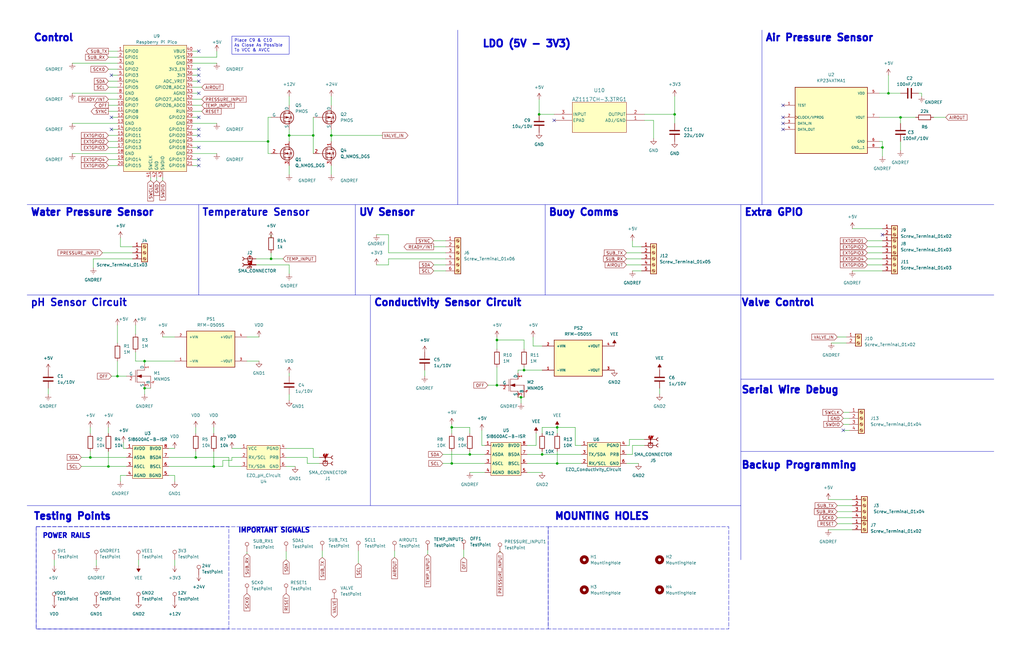
<source format=kicad_sch>
(kicad_sch (version 20230121) (generator eeschema)
  (paper "B")
  (title_block (title "WaveWise Submersible") (date "2023-10-04") (rev "1") (company "Generate Product Development Studio"))
  (junction (at 49.53 158.75))
  (junction (at 209.55 143.51))
  (junction (at 60.96 152.4))
  (junction (at 374.65 39.37))
  (junction (at 45.72 196.85))
  (junction (at 198.12 191.77))
  (junction (at 190.5 180.34))
  (junction (at 60.96 163.83))
  (junction (at 234.95 180.34))
  (junction (at 372.11 62.23))
  (junction (at 220.98 156.21))
  (junction (at 209.55 162.56))
  (junction (at 38.1 193.04))
  (junction (at 114.3 109.22))
  (junction (at 234.95 195.58))
  (junction (at 121.92 57.15))
  (junction (at 113.03 59.69))
  (junction (at 228.6 191.77))
  (junction (at 227.33 48.26))
  (junction (at 82.55 193.04))
  (junction (at 284.48 48.26))
  (junction (at 139.7 57.15))
  (junction (at 132.08 57.15))
  (junction (at 219.71 167.64))
  (junction (at 190.5 195.58))
  (junction (at 90.17 196.85))
  (junction (at 379.73 49.53))
  (no_connect (at 83.82 67.31))
  (no_connect (at 83.82 21.59))
  (no_connect (at 330.2 52.07))
  (no_connect (at 83.82 34.29))
  (no_connect (at 83.82 29.21))
  (no_connect (at 330.2 44.45))
  (no_connect (at 330.2 49.53))
  (no_connect (at 46.99 49.53))
  (no_connect (at 46.99 31.75))
  (no_connect (at 46.99 54.61))
  (no_connect (at 233.68 50.8))
  (no_connect (at 330.2 54.61))
  (no_connect (at 355.6 181.61))
  (no_connect (at 83.82 54.61))
  (no_connect (at 83.82 57.15))
  (no_connect (at 83.82 62.23))
  (no_connect (at 83.82 49.53))
  (no_connect (at 83.82 69.85))
  (no_connect (at 83.82 39.37))
  (no_connect (at 83.82 31.75))
  (no_connect (at 372.11 99.06))
  (wire (pts (xy 166.37 232.41) (xy 166.37 235.204)))
  (wire (pts (xy 38.1 190.5) (xy 38.1 193.04)))
  (wire (pts (xy 245.11 187.96) (xy 242.57 187.96)))
  (wire (pts (xy 73.66 236.22) (xy 73.66 238.76)))
  (wire (pts (xy 265.43 187.96) (xy 265.43 185.42)))
  (wire (pts (xy 266.7 104.14) (xy 270.51 104.14)))
  (wire (pts (xy 370.84 39.37) (xy 374.65 39.37)))
  (wire (pts (xy 139.7 59.69) (xy 139.7 57.15)))
  (wire (pts (xy 83.82 49.53) (xy 81.28 49.53)))
  (wire (pts (xy 124.46 196.85) (xy 120.65 196.85)))
  (polyline (pts (xy 312.42 86.36) (xy 312.42 124.46)))
  (wire (pts (xy 57.15 137.16) (xy 57.15 140.97)))
  (wire (pts (xy 49.53 137.16) (xy 49.53 144.78)))
  (wire (pts (xy 219.71 167.64) (xy 220.98 167.64)))
  (wire (pts (xy 91.44 52.07) (xy 81.28 52.07)))
  (wire (pts (xy 101.6 193.04) (xy 97.79 193.04)))
  (wire (pts (xy 83.82 54.61) (xy 81.28 54.61)))
  (wire (pts (xy 20.32 166.37) (xy 20.32 163.83)))
  (wire (pts (xy 222.25 199.39) (xy 228.6 199.39)))
  (wire (pts (xy 355.6 181.61) (xy 358.14 181.61)))
  (wire (pts (xy 370.84 62.23) (xy 372.11 62.23)))
  (wire (pts (xy 359.41 114.3) (xy 372.11 114.3)))
  (wire (pts (xy 121.92 111.76) (xy 121.92 115.57)))
  (wire (pts (xy 71.12 200.66) (xy 73.66 200.66)))
  (wire (pts (xy 134.62 195.58) (xy 129.54 195.58)))
  (wire (pts (xy 49.53 158.75) (xy 53.34 158.75)))
  (wire (pts (xy 113.03 64.77) (xy 114.3 64.77)))
  (wire (pts (xy 163.83 99.06) (xy 158.75 99.06)))
  (polyline (pts (xy 11.43 213.36) (xy 312.42 213.36)))
  (wire (pts (xy 60.96 163.83) (xy 60.96 166.37)))
  (wire (pts (xy 374.65 39.37) (xy 379.73 39.37)))
  (wire (pts (xy 365.76 111.76) (xy 372.11 111.76)))
  (wire (pts (xy 370.84 59.69) (xy 372.11 59.69)))
  (wire (pts (xy 85.09 36.83) (xy 81.28 36.83)))
  (wire (pts (xy 234.95 182.88) (xy 234.95 180.34)))
  (polyline (pts (xy 312.42 190.5) (xy 419.1 190.5)))
  (wire (pts (xy 121.92 54.61) (xy 121.92 57.15)))
  (wire (pts (xy 73.66 200.66) (xy 73.66 203.2)))
  (wire (pts (xy 45.72 34.29) (xy 49.53 34.29)))
  (wire (pts (xy 209.55 143.51) (xy 220.98 143.51)))
  (wire (pts (xy 68.58 142.24) (xy 73.66 142.24)))
  (wire (pts (xy 50.8 100.33) (xy 50.8 104.14)))
  (wire (pts (xy 90.17 180.34) (xy 90.17 182.88)))
  (wire (pts (xy 365.76 104.14) (xy 372.11 104.14)))
  (wire (pts (xy 139.7 69.85) (xy 139.7 73.66)))
  (wire (pts (xy 45.72 69.85) (xy 49.53 69.85)))
  (wire (pts (xy 139.7 54.61) (xy 139.7 57.15)))
  (wire (pts (xy 39.37 109.22) (xy 55.88 109.22)))
  (wire (pts (xy 30.48 39.37) (xy 49.53 39.37)))
  (wire (pts (xy 209.55 154.94) (xy 209.55 162.56)))
  (wire (pts (xy 209.55 143.51) (xy 209.55 147.32)))
  (wire (pts (xy 45.72 24.13) (xy 49.53 24.13)))
  (wire (pts (xy 45.72 190.5) (xy 45.72 196.85)))
  (polyline (pts (xy 83.82 86.36) (xy 83.82 124.46)))
  (wire (pts (xy 190.5 179.07) (xy 190.5 180.34)))
  (wire (pts (xy 218.44 167.64) (xy 219.71 167.64)))
  (wire (pts (xy 198.12 199.39) (xy 204.47 199.39)))
  (wire (pts (xy 132.08 49.53) (xy 132.08 57.15)))
  (wire (pts (xy 120.65 232.664) (xy 120.65 236.22)))
  (wire (pts (xy 82.55 190.5) (xy 82.55 193.04)))
  (wire (pts (xy 271.78 48.26) (xy 284.48 48.26)))
  (wire (pts (xy 372.11 59.69) (xy 372.11 62.23)))
  (wire (pts (xy 234.95 180.34) (xy 242.57 180.34)))
  (wire (pts (xy 365.76 109.22) (xy 372.11 109.22)))
  (wire (pts (xy 209.55 162.56) (xy 210.82 162.56)))
  (wire (pts (xy 82.55 180.34) (xy 82.55 182.88)))
  (wire (pts (xy 46.99 54.61) (xy 49.53 54.61)))
  (wire (pts (xy 91.44 26.67) (xy 81.28 26.67)))
  (wire (pts (xy 284.48 52.07) (xy 284.48 48.26)))
  (wire (pts (xy 30.48 52.07) (xy 49.53 52.07)))
  (wire (pts (xy 50.8 104.14) (xy 55.88 104.14)))
  (wire (pts (xy 39.37 113.03) (xy 39.37 109.22)))
  (wire (pts (xy 353.06 142.24) (xy 356.87 142.24)))
  (wire (pts (xy 71.12 189.23) (xy 73.66 189.23)))
  (wire (pts (xy 179.07 158.75) (xy 179.07 156.21)))
  (wire (pts (xy 234.95 190.5) (xy 234.95 195.58)))
  (wire (pts (xy 113.03 49.53) (xy 113.03 59.69)))
  (wire (pts (xy 349.25 210.82) (xy 359.41 210.82)))
  (wire (pts (xy 30.48 64.77) (xy 49.53 64.77)))
  (wire (pts (xy 45.72 29.21) (xy 49.53 29.21)))
  (wire (pts (xy 121.92 168.91) (xy 121.92 166.37)))
  (wire (pts (xy 71.12 193.04) (xy 82.55 193.04)))
  (wire (pts (xy 353.06 218.44) (xy 359.41 218.44)))
  (wire (pts (xy 265.43 185.42) (xy 271.78 185.42)))
  (wire (pts (xy 198.12 190.5) (xy 198.12 191.77)))
  (polyline (pts (xy 156.21 124.46) (xy 156.21 213.36)))
  (wire (pts (xy 271.78 187.96) (xy 266.7 187.96)))
  (wire (pts (xy 85.09 41.91) (xy 81.28 41.91)))
  (wire (pts (xy 121.92 158.75) (xy 121.92 157.48)))
  (wire (pts (xy 353.06 215.9) (xy 359.41 215.9)))
  (wire (pts (xy 355.6 173.99) (xy 358.14 173.99)))
  (wire (pts (xy 45.72 36.83) (xy 49.53 36.83)))
  (wire (pts (xy 271.78 50.8) (xy 275.59 50.8)))
  (wire (pts (xy 46.99 158.75) (xy 49.53 158.75)))
  (wire (pts (xy 58.42 236.22) (xy 58.42 238.76)))
  (wire (pts (xy 85.09 46.99) (xy 81.28 46.99)))
  (wire (pts (xy 264.16 111.76) (xy 270.51 111.76)))
  (wire (pts (xy 266.7 114.3) (xy 270.51 114.3)))
  (wire (pts (xy 60.96 152.4) (xy 57.15 152.4)))
  (wire (pts (xy 71.12 196.85) (xy 90.17 196.85)))
  (polyline (pts (xy 312.42 160.02) (xy 419.1 160.02)))
  (polyline (pts (xy 193.04 12.7) (xy 193.04 86.36)))
  (wire (pts (xy 83.82 67.31) (xy 81.28 67.31)))
  (wire (pts (xy 190.5 190.5) (xy 190.5 195.58)))
  (wire (pts (xy 264.16 106.68) (xy 270.51 106.68)))
  (wire (pts (xy 34.29 193.04) (xy 38.1 193.04)))
  (wire (pts (xy 50.8 200.66) (xy 53.34 200.66)))
  (wire (pts (xy 139.7 57.15) (xy 161.29 57.15)))
  (wire (pts (xy 114.3 109.22) (xy 119.38 109.22)))
  (wire (pts (xy 101.6 196.85) (xy 96.52 196.85)))
  (wire (pts (xy 190.5 180.34) (xy 190.5 182.88)))
  (wire (pts (xy 63.5 76.2) (xy 63.5 74.93)))
  (wire (pts (xy 204.47 195.58) (xy 190.5 195.58)))
  (wire (pts (xy 91.44 64.77) (xy 81.28 64.77)))
  (wire (pts (xy 121.92 73.66) (xy 121.92 69.85)))
  (polyline (pts (xy 321.31 86.36) (xy 419.1 86.36)))
  (wire (pts (xy 264.16 195.58) (xy 269.24 195.58)))
  (wire (pts (xy 355.6 179.07) (xy 358.14 179.07)))
  (wire (pts (xy 209.55 142.24) (xy 209.55 143.51)))
  (wire (pts (xy 227.33 41.91) (xy 227.33 48.26)))
  (wire (pts (xy 186.69 195.58) (xy 190.5 195.58)))
  (wire (pts (xy 132.08 193.04) (xy 134.62 193.04)))
  (wire (pts (xy 43.18 106.68) (xy 55.88 106.68)))
  (wire (pts (xy 278.13 166.37) (xy 278.13 163.83)))
  (wire (pts (xy 388.62 39.37) (xy 387.35 39.37)))
  (wire (pts (xy 151.13 232.41) (xy 151.13 237.744)))
  (wire (pts (xy 182.88 114.3) (xy 187.96 114.3)))
  (wire (pts (xy 83.82 39.37) (xy 81.28 39.37)))
  (wire (pts (xy 121.92 59.69) (xy 121.92 57.15)))
  (polyline (pts (xy 11.43 86.36) (xy 321.31 86.36)))
  (wire (pts (xy 182.88 111.76) (xy 187.96 111.76)))
  (wire (pts (xy 379.73 49.53) (xy 386.08 49.53)))
  (wire (pts (xy 104.14 142.24) (xy 109.22 142.24)))
  (wire (pts (xy 45.72 57.15) (xy 49.53 57.15)))
  (wire (pts (xy 45.72 21.59) (xy 49.53 21.59)))
  (polyline (pts (xy 229.87 86.36) (xy 229.87 124.46)))
  (wire (pts (xy 355.6 176.53) (xy 358.14 176.53)))
  (wire (pts (xy 83.82 57.15) (xy 81.28 57.15)))
  (wire (pts (xy 228.6 180.34) (xy 234.95 180.34)))
  (wire (pts (xy 129.54 193.04) (xy 120.65 193.04)))
  (wire (pts (xy 40.64 236.22) (xy 40.64 238.76)))
  (wire (pts (xy 266.7 187.96) (xy 266.7 191.77)))
  (wire (pts (xy 114.3 109.22) (xy 107.95 109.22)))
  (wire (pts (xy 226.06 182.88) (xy 226.06 187.96)))
  (wire (pts (xy 66.04 76.2) (xy 66.04 74.93)))
  (wire (pts (xy 228.6 191.77) (xy 245.11 191.77)))
  (wire (pts (xy 45.72 62.23) (xy 49.53 62.23)))
  (wire (pts (xy 45.72 44.45) (xy 49.53 44.45)))
  (wire (pts (xy 359.41 96.52) (xy 372.11 96.52)))
  (wire (pts (xy 379.73 59.69) (xy 379.73 63.5)))
  (wire (pts (xy 228.6 190.5) (xy 228.6 191.77)))
  (wire (pts (xy 45.72 67.31) (xy 49.53 67.31)))
  (wire (pts (xy 90.17 196.85) (xy 93.98 196.85)))
  (wire (pts (xy 180.34 232.156) (xy 180.34 233.934)))
  (wire (pts (xy 198.12 182.88) (xy 198.12 180.34)))
  (wire (pts (xy 97.79 193.04) (xy 97.79 194.31)))
  (polyline (pts (xy 11.43 124.46) (xy 312.42 124.46)))
  (wire (pts (xy 365.76 101.6) (xy 372.11 101.6)))
  (wire (pts (xy 104.14 232.918) (xy 104.14 233.68)))
  (polyline (pts (xy 149.86 86.36) (xy 149.86 124.46)))
  (wire (pts (xy 83.82 62.23) (xy 81.28 62.23)))
  (polyline (pts (xy 312.42 124.46) (xy 312.42 236.22)))
  (wire (pts (xy 45.72 46.99) (xy 49.53 46.99)))
  (wire (pts (xy 22.86 236.22) (xy 22.86 238.76)))
  (wire (pts (xy 50.8 203.2) (xy 50.8 200.66)))
  (wire (pts (xy 228.6 182.88) (xy 228.6 180.34)))
  (wire (pts (xy 52.07 186.69) (xy 52.07 189.23)))
  (wire (pts (xy 30.48 26.67) (xy 49.53 26.67)))
  (wire (pts (xy 182.88 104.14) (xy 187.96 104.14)))
  (wire (pts (xy 82.55 193.04) (xy 96.52 193.04)))
  (wire (pts (xy 45.72 180.34) (xy 45.72 182.88)))
  (wire (pts (xy 114.3 99.06) (xy 114.3 100.33)))
  (wire (pts (xy 81.28 59.69) (xy 113.03 59.69)))
  (wire (pts (xy 73.66 152.4) (xy 60.96 152.4)))
  (wire (pts (xy 204.47 191.77) (xy 198.12 191.77)))
  (wire (pts (xy 57.15 152.4) (xy 57.15 148.59)))
  (wire (pts (xy 129.54 195.58) (xy 129.54 193.04)))
  (wire (pts (xy 83.82 69.85) (xy 81.28 69.85)))
  (wire (pts (xy 163.83 106.68) (xy 163.83 99.06)))
  (wire (pts (xy 96.52 196.85) (xy 96.52 193.04)))
  (wire (pts (xy 182.88 101.6) (xy 187.96 101.6)))
  (wire (pts (xy 45.72 41.91) (xy 49.53 41.91)))
  (wire (pts (xy 113.03 59.69) (xy 113.03 64.77)))
  (wire (pts (xy 186.69 191.77) (xy 198.12 191.77)))
  (wire (pts (xy 349.25 223.52) (xy 359.41 223.52)))
  (wire (pts (xy 265.43 187.96) (xy 264.16 187.96)))
  (wire (pts (xy 224.79 146.05) (xy 228.6 146.05)))
  (wire (pts (xy 83.82 31.75) (xy 81.28 31.75)))
  (wire (pts (xy 45.72 196.85) (xy 53.34 196.85)))
  (wire (pts (xy 91.44 24.13) (xy 81.28 24.13)))
  (wire (pts (xy 109.22 152.4) (xy 104.14 152.4)))
  (wire (pts (xy 38.1 193.04) (xy 53.34 193.04)))
  (wire (pts (xy 353.06 220.98) (xy 359.41 220.98)))
  (wire (pts (xy 205.74 162.56) (xy 209.55 162.56)))
  (wire (pts (xy 372.11 62.23) (xy 372.11 66.04)))
  (polyline (pts (xy 312.42 124.46) (xy 419.1 124.46)))
  (wire (pts (xy 388.62 40.64) (xy 388.62 39.37)))
  (wire (pts (xy 266.7 191.77) (xy 264.16 191.77)))
  (wire (pts (xy 234.95 195.58) (xy 245.11 195.58)))
  (wire (pts (xy 195.58 231.902) (xy 195.58 235.204)))
  (wire (pts (xy 210.82 233.172) (xy 210.82 232.664)))
  (wire (pts (xy 158.75 111.76) (xy 163.83 111.76)))
  (wire (pts (xy 38.1 180.34) (xy 38.1 182.88)))
  (wire (pts (xy 60.96 163.83) (xy 63.5 163.83)))
  (wire (pts (xy 163.83 111.76) (xy 163.83 109.22)))
  (wire (pts (xy 132.08 189.23) (xy 120.65 189.23)))
  (wire (pts (xy 91.44 21.59) (xy 91.44 24.13)))
  (wire (pts (xy 222.25 195.58) (xy 234.95 195.58)))
  (wire (pts (xy 83.82 34.29) (xy 81.28 34.29)))
  (wire (pts (xy 163.83 109.22) (xy 187.96 109.22)))
  (wire (pts (xy 203.2 187.96) (xy 204.47 187.96)))
  (wire (pts (xy 93.98 194.31) (xy 93.98 196.85)))
  (wire (pts (xy 53.34 189.23) (xy 52.07 189.23)))
  (wire (pts (xy 135.89 232.41) (xy 135.89 235.204)))
  (wire (pts (xy 68.58 76.2) (xy 68.58 74.93)))
  (wire (pts (xy 350.52 144.78) (xy 356.87 144.78)))
  (wire (pts (xy 393.7 49.53) (xy 398.78 49.53)))
  (wire (pts (xy 284.48 48.26) (xy 284.48 40.64)))
  (wire (pts (xy 163.83 106.68) (xy 187.96 106.68)))
  (wire (pts (xy 266.7 101.6) (xy 266.7 104.14)))
  (wire (pts (xy 222.25 191.77) (xy 228.6 191.77)))
  (wire (pts (xy 365.76 106.68) (xy 372.11 106.68)))
  (wire (pts (xy 264.16 109.22) (xy 270.51 109.22)))
  (wire (pts (xy 242.57 180.34) (xy 242.57 187.96)))
  (wire (pts (xy 34.29 196.85) (xy 45.72 196.85)))
  (wire (pts (xy 101.6 189.23) (xy 97.79 189.23)))
  (wire (pts (xy 121.92 57.15) (xy 132.08 57.15)))
  (wire (pts (xy 46.99 31.75) (xy 49.53 31.75)))
  (wire (pts (xy 90.17 190.5) (xy 90.17 196.85)))
  (wire (pts (xy 374.65 31.75) (xy 374.65 39.37)))
  (wire (pts (xy 113.03 49.53) (xy 114.3 49.53)))
  (wire (pts (xy 233.68 48.26) (xy 227.33 48.26)))
  (wire (pts (xy 218.44 156.21) (xy 218.44 157.48)))
  (wire (pts (xy 224.79 142.24) (xy 224.79 146.05)))
  (wire (pts (xy 222.25 187.96) (xy 226.06 187.96)))
  (wire (pts (xy 139.7 40.64) (xy 139.7 44.45)))
  (wire (pts (xy 46.99 49.53) (xy 49.53 49.53)))
  (polyline (pts (xy 321.31 12.7) (xy 321.31 86.36)))
  (wire (pts (xy 275.59 50.8) (xy 275.59 58.42)))
  (wire (pts (xy 228.6 156.21) (xy 220.98 156.21)))
  (wire (pts (xy 379.73 52.07) (xy 379.73 49.53)))
  (wire (pts (xy 203.2 181.61) (xy 203.2 187.96)))
  (wire (pts (xy 132.08 57.15) (xy 132.08 64.77)))
  (wire (pts (xy 220.98 143.51) (xy 220.98 147.32)))
  (wire (pts (xy 219.71 167.64) (xy 219.71 170.18)))
  (wire (pts (xy 132.08 193.04) (xy 132.08 189.23)))
  (wire (pts (xy 121.92 40.64) (xy 121.92 44.45)))
  (wire (pts (xy 353.06 213.36) (xy 359.41 213.36)))
  (wire (pts (xy 83.82 21.59) (xy 81.28 21.59)))
  (wire (pts (xy 370.84 49.53) (xy 379.73 49.53)))
  (wire (pts (xy 107.95 111.76) (xy 121.92 111.76)))
  (wire (pts (xy 220.98 156.21) (xy 218.44 156.21)))
  (wire (pts (xy 190.5 180.34) (xy 198.12 180.34)))
  (wire (pts (xy 220.98 154.94) (xy 220.98 156.21)))
  (wire (pts (xy 45.72 59.69) (xy 49.53 59.69)))
  (wire (pts (xy 85.09 44.45) (xy 81.28 44.45)))
  (wire (pts (xy 114.3 106.68) (xy 114.3 109.22)))
  (wire (pts (xy 49.53 152.4) (xy 49.53 158.75)))
  (wire (pts (xy 83.82 29.21) (xy 81.28 29.21)))
  (wire (pts (xy 60.96 152.4) (xy 60.96 153.67)))
  (wire (pts (xy 97.79 194.31) (xy 93.98 194.31)))
  (rectangle (start 231.14 222.25) (end 307.34 265.43) (stroke (width 0) (type dash)))
  (rectangle (start 15.24 222.25) (end 231.14 265.43) (stroke (width 0) (type dash)))
  (rectangle (start 15.24 222.25) (end 96.52 265.43) (stroke (width 0) (type dash)))
  (text_box "Place C9 & C10\nAs Close As Possible\nTo VCC & AVCC" (at 97.79 15.24 0) (size 24.13 7.62) (effects (font (size 1.27 1.27)) (justify left top)))
  (text "Control" (at 13.97 17.78 0) (effects (font (size 3 3) (thickness 1) bold) (justify left bottom)))
  (text "Backup Programming" (at 312.42 198.12 0) (effects (font (size 3 3) (thickness 1) bold) (justify left bottom)))
  (text "Conductivity Sensor Circuit" (at 157.48 129.54 0) (effects (font (size 3 3) (thickness 1) bold) (justify left bottom)))
  (text "Buoy Comms" (at 231.14 91.44 0) (effects (font (size 3 3) (thickness 1) bold) (justify left bottom)))
  (text "UV Sensor" (at 151.13 91.44 0) (effects (font (size 3 3) (thickness 1) bold) (justify left bottom)))
  (text "LDO (5V - 3V3)\n" (at 203.2 20.32 0) (effects (font (size 3 3) (thickness 1) bold) (justify left bottom)))
  (text "IMPORTANT SIGNALS" (at 100.33 225.044 0) (effects (font (size 2 2) (thickness 1) bold) (justify left bottom)))
  (text "Temperature Sensor" (at 85.09 91.44 0) (effects (font (size 3 3) bold) (justify left bottom)))
  (text "POWER RAILS" (at 17.78 227.33 0) (effects (font (size 2 2) (thickness 1) bold) (justify left bottom)))
  (text "Extra GPIO" (at 313.69 91.44 0) (effects (font (size 3 3) (thickness 1) bold) (justify left bottom)))
  (text "pH Sensor Circuit" (at 12.7 129.54 0) (effects (font (size 3 3) bold) (justify left bottom)))
  (text "Serial Wire Debug" (at 312.42 166.37 0) (effects (font (size 3 3) (thickness 1) bold) (justify left bottom)))
  (text "Air Pressure Sensor\n" (at 322.58 17.78 0) (effects (font (size 3 3) (thickness 1) bold) (justify left bottom)))
  (text "MOUNTING HOLES\n" (at 233.68 219.71 0) (effects (font (size 3 3) (thickness 1) bold) (justify left bottom)))
  (text "Valve Control" (at 312.42 129.54 0) (effects (font (size 3 3) (thickness 1) bold) (justify left bottom)))
  (text "Water Pressure Sensor\n" (at 12.7 91.44 0) (effects (font (size 3 3) (thickness 1) bold) (justify left bottom)))
  (text "Testing Points" (at 13.97 219.71 0) (effects (font (size 3 3) (thickness 1) bold) (justify left bottom)))
  (global_label "SCL" (shape input) (at 45.72 36.83 180) (property "Intersheetrefs" "${INTERSHEET_REFS}" (effects hide)))
  (global_label "TEMP_INPUT" (shape input) (at 180.34 233.934 270) (property "Intersheetrefs" "${INTERSHEET_REFS}" (effects hide)))
  (global_label "RESET" (shape input) (at 353.06 220.98 180) (property "Intersheetrefs" "${INTERSHEET_REFS}" (effects hide)))
  (global_label "SUB_TX" (shape input) (at 264.16 106.68 180) (property "Intersheetrefs" "${INTERSHEET_REFS}" (effects hide)))
  (global_label "SWCLK" (shape input) (at 63.5 76.2 270) (property "Intersheetrefs" "${INTERSHEET_REFS}" (effects hide)))
  (global_label "READY{slash}INT" (shape input) (at 45.72 41.91 180) (property "Intersheetrefs" "${INTERSHEET_REFS}" (effects hide)))
  (global_label "EXTGPIO2" (shape input) (at 45.72 59.69 180) (property "Intersheetrefs" "${INTERSHEET_REFS}" (effects hide)))
  (global_label "OFF" (shape output) (at 45.72 44.45 180) (property "Intersheetrefs" "${INTERSHEET_REFS}" (effects hide)))
  (global_label "AIROUT" (shape input) (at 85.09 36.83 0) (property "Intersheetrefs" "${INTERSHEET_REFS}" (effects hide)))
  (global_label "OFF" (shape input) (at 46.99 158.75 180) (property "Intersheetrefs" "${INTERSHEET_REFS}" (effects hide)))
  (global_label "SCL" (shape input) (at 151.13 237.744 270) (property "Intersheetrefs" "${INTERSHEET_REFS}" (effects hide)))
  (global_label "EXTGPIO5" (shape input) (at 365.76 111.76 180) (property "Intersheetrefs" "${INTERSHEET_REFS}" (effects hide)))
  (global_label "SYNC" (shape output) (at 45.72 46.99 180) (property "Intersheetrefs" "${INTERSHEET_REFS}" (effects hide)))
  (global_label "SCL" (shape input) (at 186.69 195.58 180) (property "Intersheetrefs" "${INTERSHEET_REFS}" (effects hide)))
  (global_label "PRESSURE_INPUT" (shape input) (at 210.82 232.664 270) (property "Intersheetrefs" "${INTERSHEET_REFS}" (effects hide)))
  (global_label "SYNC" (shape input) (at 182.88 101.6 180) (property "Intersheetrefs" "${INTERSHEET_REFS}" (effects hide)))
  (global_label "PRESSURE_INPUT" (shape input) (at 43.18 106.68 180) (property "Intersheetrefs" "${INTERSHEET_REFS}" (effects hide)))
  (global_label "SUB_RX" (shape input) (at 264.16 109.22 180) (property "Intersheetrefs" "${INTERSHEET_REFS}" (effects hide)))
  (global_label "EXTGPIO4" (shape input) (at 45.72 67.31 180) (property "Intersheetrefs" "${INTERSHEET_REFS}" (effects hide)))
  (global_label "EXTGPIO2" (shape input) (at 365.76 104.14 180) (property "Intersheetrefs" "${INTERSHEET_REFS}" (effects hide)))
  (global_label "SCK0" (shape input) (at 104.14 250.444 270) (property "Intersheetrefs" "${INTERSHEET_REFS}" (effects hide)))
  (global_label "EXTGPIO3" (shape input) (at 365.76 106.68 180) (property "Intersheetrefs" "${INTERSHEET_REFS}" (effects hide)))
  (global_label "VALVE_IN" (shape output) (at 161.29 57.15 0) (property "Intersheetrefs" "${INTERSHEET_REFS}" (effects hide)))
  (global_label "SDA" (shape input) (at 182.88 111.76 180) (property "Intersheetrefs" "${INTERSHEET_REFS}" (effects hide)))
  (global_label "EXTGPIO1" (shape input) (at 45.72 57.15 180) (property "Intersheetrefs" "${INTERSHEET_REFS}" (effects hide)))
  (global_label "EXTGPIO3" (shape input) (at 45.72 62.23 180) (property "Intersheetrefs" "${INTERSHEET_REFS}" (effects hide)))
  (global_label "SCL" (shape input) (at 182.88 114.3 180) (property "Intersheetrefs" "${INTERSHEET_REFS}" (effects hide)))
  (global_label "SUB_RX" (shape input) (at 353.06 215.9 180) (property "Intersheetrefs" "${INTERSHEET_REFS}" (effects hide)))
  (global_label "OFF" (shape input) (at 205.74 162.56 180) (property "Intersheetrefs" "${INTERSHEET_REFS}" (effects hide)))
  (global_label "SUB_TX" (shape input) (at 353.06 213.36 180) (property "Intersheetrefs" "${INTERSHEET_REFS}" (effects hide)))
  (global_label "SCL" (shape input) (at 34.29 196.85 180) (property "Intersheetrefs" "${INTERSHEET_REFS}" (effects hide)))
  (global_label "TEMP_INPUT" (shape input) (at 119.38 109.22 0) (property "Intersheetrefs" "${INTERSHEET_REFS}" (effects hide)))
  (global_label "GND" (shape input) (at 66.04 76.2 270) (property "Intersheetrefs" "${INTERSHEET_REFS}" (effects hide)))
  (global_label "EXTGPIO4" (shape input) (at 365.76 109.22 180) (property "Intersheetrefs" "${INTERSHEET_REFS}" (effects hide)))
  (global_label "VALVE" (shape output) (at 140.97 252.73 270) (property "Intersheetrefs" "${INTERSHEET_REFS}" (effects hide)))
  (global_label "SCK0" (shape input) (at 45.72 29.21 180) (property "Intersheetrefs" "${INTERSHEET_REFS}" (effects hide)))
  (global_label "RESET" (shape input) (at 120.65 250.444 270) (property "Intersheetrefs" "${INTERSHEET_REFS}" (effects hide)))
  (global_label "SUB_RX" (shape input) (at 104.14 233.68 270) (property "Intersheetrefs" "${INTERSHEET_REFS}" (effects hide)))
  (global_label "SWDIO" (shape input) (at 68.58 76.2 270) (property "Intersheetrefs" "${INTERSHEET_REFS}" (effects hide)))
  (global_label "TEMP_INPUT" (shape input) (at 85.09 44.45 0) (property "Intersheetrefs" "${INTERSHEET_REFS}" (effects hide)))
  (global_label "SCK0" (shape input) (at 353.06 218.44 180) (property "Intersheetrefs" "${INTERSHEET_REFS}" (effects hide)))
  (global_label "EXTGPIO1" (shape input) (at 365.76 101.6 180) (property "Intersheetrefs" "${INTERSHEET_REFS}" (effects hide)))
  (global_label "SUB_RX" (shape input) (at 45.72 24.13 180) (property "Intersheetrefs" "${INTERSHEET_REFS}" (effects hide)))
  (global_label "READY{slash}INT" (shape output) (at 182.88 104.14 180) (property "Intersheetrefs" "${INTERSHEET_REFS}" (effects hide)))
  (global_label "SDA" (shape input) (at 120.65 236.22 270) (property "Intersheetrefs" "${INTERSHEET_REFS}" (effects hide)))
  (global_label "SDA" (shape input) (at 45.72 34.29 180) (property "Intersheetrefs" "${INTERSHEET_REFS}" (effects hide)))
  (global_label "AIROUT" (shape input) (at 166.37 235.204 270) (property "Intersheetrefs" "${INTERSHEET_REFS}" (effects hide)))
  (global_label "SDA" (shape input) (at 34.29 193.04 180) (property "Intersheetrefs" "${INTERSHEET_REFS}" (effects hide)))
  (global_label "AIROUT" (shape input) (at 264.16 111.76 180) (property "Intersheetrefs" "${INTERSHEET_REFS}" (effects hide)))
  (global_label "EXTGPIO5" (shape input) (at 45.72 69.85 180) (property "Intersheetrefs" "${INTERSHEET_REFS}" (effects hide)))
  (global_label "GND" (shape input) (at 355.6 176.53 180) (property "Intersheetrefs" "${INTERSHEET_REFS}" (effects hide)))
  (global_label "SWDIO" (shape input) (at 355.6 179.07 180) (property "Intersheetrefs" "${INTERSHEET_REFS}" (effects hide)))
  (global_label "SUB_TX" (shape output) (at 45.72 21.59 180) (property "Intersheetrefs" "${INTERSHEET_REFS}" (effects hide)))
  (global_label "SWCLK" (shape input) (at 355.6 173.99 180) (property "Intersheetrefs" "${INTERSHEET_REFS}" (effects hide)))
  (global_label "PRESSURE_INPUT" (shape input) (at 85.09 41.91 0) (property "Intersheetrefs" "${INTERSHEET_REFS}" (effects hide)))
  (global_label "SDA" (shape input) (at 186.69 191.77 180) (property "Intersheetrefs" "${INTERSHEET_REFS}" (effects hide)))
  (global_label "AIROUT" (shape input) (at 398.78 49.53 0) (property "Intersheetrefs" "${INTERSHEET_REFS}" (effects hide)))
  (global_label "SUB_TX" (shape input) (at 135.89 235.204 270) (property "Intersheetrefs" "${INTERSHEET_REFS}" (effects hide)))
  (global_label "OFF" (shape input) (at 195.58 235.204 270) (property "Intersheetrefs" "${INTERSHEET_REFS}" (effects hide)))
  (global_label "VALVE_IN" (shape input) (at 353.06 142.24 180) (property "Intersheetrefs" "${INTERSHEET_REFS}" (effects hide)))
  (global_label "RESET" (shape input) (at 85.09 46.99 0) (property "Intersheetrefs" "${INTERSHEET_REFS}" (effects hide)))
  (symbol (lib_id "power:+5V") (at 91.44 21.59 0) (unit 1)
    (property "Reference" "#PWR052" (effects hide))
    (property "Value" "+5V" (at 91.44 17.78 0))
  )
  (symbol (lib_id "Connector:TestPoint") (at 151.13 232.41 0) (unit 1)
    (property "Reference" "SCL1" (at 153.67 227.838 0) (effects (justify left)))
    (property "Value" "TestPoint" (at 153.67 230.378 0) (effects (justify left)))
    (property "Footprint" "TestPoint:TestPoint_Pad_D1.5mm" (effects hide))
  )
  (symbol (lib_id "Connector:TestPoint") (at 210.82 233.172 0) (unit 1)
    (property "Reference" "PRESSURE_INPUT1" (at 212.598 228.6 0) (effects (justify left)))
    (property "Value" "TestPoint" (at 212.598 231.14 0) (effects (justify left)))
    (property "Footprint" "TestPoint:TestPoint_Pad_D1.5mm" (effects hide))
  )
  (symbol (lib_id "Connector:TestPoint") (at 40.64 236.22 0) (unit 1)
    (property "Reference" "GNDREF1" (at 41.91 232.41 0) (effects (justify left)))
    (property "Value" "TestPoint" (at 41.91 234.95 0) (effects (justify left)))
    (property "Footprint" "TestPoint:TestPoint_Pad_D1.5mm" (effects hide))
  )
  (symbol (lib_id "power:+5V") (at 49.53 137.16 0) (unit 1)
    (property "Reference" "#PWR03" (effects hide))
    (property "Value" "+5V" (at 52.07 134.62 0))
  )
  (symbol (lib_id "power:GNDREF") (at 91.44 52.07 0) (unit 1)
    (property "Reference" "#PWR098" (effects hide))
    (property "Value" "GNDREF" (at 99.06 54.61 0))
  )
  (symbol (lib_id "Connector:TestPoint") (at 195.58 231.902 0) (unit 1)
    (property "Reference" "OFF1" (at 198.12 227.33 0) (effects (justify left)))
    (property "Value" "TestPoint" (at 198.12 229.87 0) (effects (justify left)))
    (property "Footprint" "TestPoint:TestPoint_Pad_D1.5mm" (effects hide))
  )
  (symbol (lib_id "power:GNDREF") (at 359.41 114.3 0) (unit 1)
    (property "Reference" "#PWR077" (effects hide))
    (property "Value" "GNDREF" (at 359.41 119.38 0))
  )
  (symbol (lib_id "power:GND") (at 275.59 58.42 0) (unit 1)
    (property "Reference" "#PWR084" (effects hide))
    (property "Value" "GND" (at 275.59 63.5 0))
  )
  (symbol (lib_id "Device:R") (at 90.17 186.69 0) (unit 1)
    (property "Reference" "R7" (at 92.71 185.42 0) (effects (justify left)))
    (property "Value" "10k" (at 92.71 187.96 0) (effects (justify left)))
    (property "Footprint" "Resistor_SMD:R_0805_2012Metric" (effects hide))
  )
  (symbol (lib_id "power:GNDREF") (at 39.37 113.03 0) (unit 1)
    (property "Reference" "#PWR032" (effects hide))
    (property "Value" "GNDREF" (at 39.37 118.11 0))
  )
  (symbol (lib_id "Connector:TestPoint") (at 73.66 254 0) (unit 1)
    (property "Reference" "12V" (at 74.93 250.19 0) (effects (justify left)))
    (property "Value" "TestPoint" (at 74.93 252.73 0) (effects (justify left)))
  )
  (symbol (lib_id "Connector:TestPoint") (at 73.66 236.22 0) (unit 1)
    (property "Reference" "3V3" (at 74.93 232.41 0) (effects (justify left)))
    (property "Value" "TestPoint" (at 74.93 234.95 0) (effects (justify left)))
  )
  (symbol (lib_id "Device:R") (at 82.55 186.69 0) (unit 1)
    (property "Reference" "R5" (at 85.09 185.42 0) (effects (justify left)))
    (property "Value" "10k" (at 85.09 187.96 0) (effects (justify left)))
    (property "Footprint" "Resistor_SMD:R_0805_2012Metric" (effects hide))
  )
  (symbol (lib_id "power:GND1") (at 40.64 254 0) (unit 1)
    (property "Reference" "#PWR081" (effects hide))
    (property "Value" "GND1" (at 40.64 259.08 0))
  )
  (symbol (lib_id "power:GNDREF") (at 266.7 114.3 0) (unit 1)
    (property "Reference" "#PWR057" (effects hide))
    (property "Value" "GNDREF" (at 266.7 119.38 0))
  )
  (symbol (lib_id "power:GNDREF") (at 388.62 40.64 0) (unit 1)
    (property "Reference" "#PWR079" (effects hide))
    (property "Value" "GNDREF" (at 393.7 43.18 0))
  )
  (symbol (lib_id "Device:R") (at 220.98 151.13 0) (unit 1)
    (property "Reference" "R11" (at 223.52 149.86 0) (effects (justify left)))
    (property "Value" "1M" (at 223.52 152.4 0) (effects (justify left)))
    (property "Footprint" "Resistor_SMD:R_0805_2012Metric" (effects hide))
  )
  (symbol (lib_id "Connector:TestPoint") (at 120.65 250.444 0) (unit 1)
    (property "Reference" "RESET1" (at 122.428 245.872 0) (effects (justify left)))
    (property "Value" "TestPoint" (at 122.428 248.412 0) (effects (justify left)))
    (property "Footprint" "TestPoint:TestPoint_Pad_D1.5mm" (effects hide))
  )
  (symbol (lib_id "RFM-0505S:RFM-0505S") (at 88.9 147.32 0) (unit 1)
    (property "Reference" "PS1" (at 88.9 134.62 0))
    (property "Value" "RFM-0505S" (at 88.9 137.16 0))
    (property "Footprint" "WW_Checked:RFM-0505S" (effects hide))
    (property "DigiKey_Part_Number" "945-3159-ND" (effects hide))
    (property "MF" "Recom Power" (effects hide))
    (property "MAXIMUM_PACKAGE_HEIGHT" "10mm" (effects hide))
    (property "Package" "SIP-4 Recom Power" (effects hide))
    (property "Check_prices" "https://www.snapeda.com/parts/RFM-0505S/Recom+Power/view-part/?ref=eda" (effects hide))
    (property "STANDARD" "Manufacturer Recommendations" (effects hide))
    (property "PARTREV" "0" (effects hide))
    (property "SnapEDA_Link" "https://www.snapeda.com/parts/RFM-0505S/Recom+Power/view-part/?ref=snap" (effects hide))
    (property "MP" "RFM-0505S" (effects hide))
    (property "Purchase-URL" "https://www.snapeda.com/api/url_track_click_mouser/?unipart_id=2771046&manufacturer=Recom Power&part_name=RFM-0505S&search_term=None" (effects hide))
    (property "Description" "\nDC-DC Converter, SIP4, 1kV unreg, Single Output, 1W, 5V Out, RFM Series | RECOM Power Inc. RFM-0505S\n" (effects hide))
    (property "MANUFACTURER" "Recom" (effects hide))
  )
  (symbol (lib_id "Device:C") (at 284.48 55.88 0) (unit 1)
    (property "Reference" "C11" (at 288.29 54.61 0) (effects (justify left)))
    (property "Value" "22u/10V" (at 288.29 57.15 0) (effects (justify left)))
    (property "Footprint" "Capacitor_SMD:C_0805_2012Metric" (effects hide))
  )
  (symbol (lib_id "Simulation_SPICE:PMOS") (at 119.38 49.53 0) (unit 1)
    (property "Reference" "Q5" (at 124.46 44.45 0) (effects (justify left)))
    (property "Value" "PMOS" (at 124.46 46.99 0) (effects (justify left)))
    (property "Datasheet" "https://ngspice.sourceforge.io/docs/ngspice-manual.pdf" (effects hide))
    (property "Sim.Device" "PMOS" (effects hide))
    (property "Sim.Type" "VDMOS" (effects hide))
    (property "Sim.Pins" "1=D 2=G 3=S" (effects hide))
  )
  (symbol (lib_id "power:GNDREF") (at 350.52 144.78 0) (unit 1)
    (property "Reference" "#PWR033" (effects hide))
    (property "Value" "GNDREF" (at 350.52 149.86 0))
  )
  (symbol (lib_id "MCU_RaspberryPi_and_Boards:Pico") (at 66.04 45.72 0) (unit 1)
    (property "Reference" "U9" (at 66.04 15.24 0))
    (property "Value" "Raspberry Pi Pico" (at 66.04 17.78 0))
    (property "Footprint" "RPi_Pico:RPi_Pico_SMD_TH" (effects hide))
  )
  (symbol (lib_id "Connector:TestPoint") (at 22.86 236.22 0) (unit 1)
    (property "Reference" "5V1" (at 27.94 232.41 0) (effects (justify right)))
    (property "Value" "TestPoint" (at 33.02 234.95 0) (effects (justify right)))
    (property "Footprint" "TestPoint:TestPoint_Pad_D1.5mm" (effects hide))
  )
  (symbol (lib_id "power:+5V") (at 52.07 186.69 0) (unit 1)
    (property "Reference" "#PWR010" (effects hide))
    (property "Value" "+5V" (at 52.07 181.61 0))
  )
  (symbol (lib_id "pspice:MNMOS") (at 215.9 162.56 0) (unit 1)
    (property "Reference" "M2" (at 222.25 161.2899 0) (effects (justify left)))
    (property "Value" "MNMOS" (at 222.25 163.8299 0) (effects (justify left)))
    (property "Footprint" "Unchecked:nMOS_ThroughHole" (effects hide))
  )
  (symbol (lib_id "Connector:TestPoint") (at 104.14 232.918 0) (unit 1)
    (property "Reference" "SUB_RX1" (at 106.68 228.346 0) (effects (justify left)))
    (property "Value" "TestPoint" (at 106.68 230.886 0) (effects (justify left)))
    (property "Footprint" "TestPoint:TestPoint_Pad_D1.5mm" (effects hide))
  )
  (symbol (lib_id "Connector:TestPoint") (at 104.14 250.444 0) (unit 1)
    (property "Reference" "SCK0" (at 105.918 245.872 0) (effects (justify left)))
    (property "Value" "TestPoint" (at 105.918 248.412 0) (effects (justify left)))
    (property "Footprint" "TestPoint:TestPoint_Pad_D1.5mm" (effects hide))
  )
  (symbol (lib_id "Connector:TestPoint") (at 140.97 252.73 0) (unit 1)
    (property "Reference" "VALVE" (at 143.51 248.158 0) (effects (justify left)))
    (property "Value" "TestPoint" (at 143.51 250.698 0) (effects (justify left)))
  )
  (symbol (lib_id "power:GND2") (at 58.42 254 0) (unit 1)
    (property "Reference" "#PWR083" (effects hide))
    (property "Value" "GND2" (at 58.42 259.08 0))
  )
  (symbol (lib_id "Connector:TestPoint") (at 40.64 254 0) (unit 1)
    (property "Reference" "GND1" (at 41.91 250.19 0) (effects (justify left)))
    (property "Value" "TestPoint" (at 41.91 252.73 0) (effects (justify left)))
    (property "Footprint" "TestPoint:TestPoint_Pad_D1.5mm" (effects hide))
  )
  (symbol (lib_id "Connector:TestPoint") (at 83.82 242.57 0) (unit 1)
    (property "Reference" "24V" (at 85.09 238.76 0) (effects (justify left)))
    (property "Value" "TestPoint" (at 85.09 241.3 0) (effects (justify left)))
  )
  (symbol (lib_id "WW_Checked:SI8600AC-B-ISR") (at 212.09 190.5 0) (unit 1)
    (property "Reference" "U5" (at 213.36 181.61 0))
    (property "Value" "SI8600AC-B-ISR" (at 213.36 184.15 0))
    (property "Footprint" "Unchecked:SOIC127P600X175-8N" (effects hide))
  )
  (symbol (lib_id "power:+5V") (at 45.72 180.34 0) (unit 1)
    (property "Reference" "#PWR07" (effects hide))
    (property "Value" "+5V" (at 45.72 175.26 0))
  )
  (symbol (lib_id "power:+5V") (at 203.2 181.61 0) (unit 1)
    (property "Reference" "#PWR029" (effects hide))
    (property "Value" "+5V" (at 203.2 176.53 0))
  )
  (symbol (lib_id "Connector:Screw_Terminal_01x02") (at 364.49 220.98 0) (unit 1)
    (property "Reference" "J7" (at 367.03 221.615 0) (effects (justify left)))
    (property "Value" "Screw_Terminal_01x02" (at 367.03 224.155 0) (effects (justify left)))
    (property "Footprint" "WW_Checked:ScrewTerminal_01x02_2.54mm" (effects hide))
  )
  (symbol (lib_id "Connector:TestPoint") (at 22.86 254 0) (unit 1)
    (property "Reference" "VDD1" (at 27.94 250.19 0) (effects (justify right)))
    (property "Value" "TestPoint" (at 33.02 252.73 0) (effects (justify right)))
    (property "Footprint" "TestPoint:TestPoint_Pad_D1.5mm" (effects hide))
  )
  (symbol (lib_id "Mechanical:MountingHole") (at 278.13 236.22 0) (unit 1)
    (property "Reference" "H2" (at 280.67 234.95 0) (effects (justify left)))
    (property "Value" "MountingHole" (at 280.67 237.49 0) (effects (justify left)))
    (property "Footprint" "MountingHole:MountingHole_4.3mm_M4" (effects hide))
  )
  (symbol (lib_id "power:+5V") (at 68.58 142.24 0) (unit 1)
    (property "Reference" "#PWR09" (effects hide))
    (property "Value" "+5V" (at 68.58 137.16 0))
  )
  (symbol (lib_id "power:GNDREF") (at 372.11 66.04 0) (unit 1)
    (property "Reference" "#PWR016" (effects hide))
    (property "Value" "GNDREF" (at 372.11 71.12 0))
  )
  (symbol (lib_id "power:+5V") (at 266.7 101.6 0) (unit 1)
    (property "Reference" "#PWR053" (effects hide))
    (property "Value" "+5V" (at 266.7 96.52 0))
  )
  (symbol (lib_id "RFM-0505S:RFM-0505S") (at 243.84 151.13 0) (unit 1)
    (property "Reference" "PS2" (at 243.84 138.43 0))
    (property "Value" "RFM-0505S" (at 243.84 140.97 0))
    (property "Footprint" "WW_Checked:RFM-0505S" (effects hide))
    (property "DigiKey_Part_Number" "945-3159-ND" (effects hide))
    (property "MF" "Recom Power" (effects hide))
    (property "MAXIMUM_PACKAGE_HEIGHT" "10mm" (effects hide))
    (property "Package" "SIP-4 Recom Power" (effects hide))
    (property "Check_prices" "https://www.snapeda.com/parts/RFM-0505S/Recom+Power/view-part/?ref=eda" (effects hide))
    (property "STANDARD" "Manufacturer Recommendations" (effects hide))
    (property "PARTREV" "0" (effects hide))
    (property "SnapEDA_Link" "https://www.snapeda.com/parts/RFM-0505S/Recom+Power/view-part/?ref=snap" (effects hide))
    (property "MP" "RFM-0505S" (effects hide))
    (property "Purchase-URL" "https://www.snapeda.com/api/url_track_click_mouser/?unipart_id=2771046&manufacturer=Recom Power&part_name=RFM-0505S&search_term=None" (effects hide))
    (property "Description" "\nDC-DC Converter, SIP4, 1kV unreg, Single Output, 1W, 5V Out, RFM Series | RECOM Power Inc. RFM-0505S\n" (effects hide))
    (property "MANUFACTURER" "Recom" (effects hide))
  )
  (symbol (lib_id "Connector:Screw_Terminal_01x06") (at 193.04 106.68 0) (unit 1)
    (property "Reference" "J6" (at 195.58 106.68 0) (effects (justify left)))
    (property "Value" "Screw_Terminal_01x06" (at 195.58 109.22 0) (effects (justify left)))
  )
  (symbol (lib_id "power:+5V") (at 20.32 156.21 0) (unit 1)
    (property "Reference" "#PWR01" (effects hide))
    (property "Value" "+5V" (at 20.32 151.13 0))
  )
  (symbol (lib_id "power:GNDREF") (at 179.07 158.75 0) (unit 1)
    (property "Reference" "#PWR027" (effects hide))
    (property "Value" "GNDREF" (at 179.07 163.83 0))
  )
  (symbol (lib_id "power:+5V") (at 209.55 142.24 0) (unit 1)
    (property "Reference" "#PWR031" (effects hide))
    (property "Value" "+5V" (at 209.55 137.16 0))
  )
  (symbol (lib_id "Connector:Screw_Terminal_01x02") (at 377.19 96.52 0) (unit 1)
    (property "Reference" "J9" (at 379.73 97.155 0) (effects (justify left)))
    (property "Value" "Screw_Terminal_01x02" (at 379.73 99.695 0) (effects (justify left)))
    (property "Footprint" "WW_Checked:ScrewTerminal_01x02_2.54mm" (effects hide))
  )
  (symbol (lib_id "power:GNDREF") (at 30.48 39.37 0) (mirror y) (unit 1)
    (property "Reference" "#PWR0101" (effects hide))
    (property "Value" "GNDREF" (at 22.86 41.91 0))
  )
  (symbol (lib_id "power:VDD") (at 22.86 254 180) (unit 1)
    (property "Reference" "#PWR080" (effects hide))
    (property "Value" "VDD" (at 22.86 259.08 0))
  )
  (symbol (lib_id "power:VEE") (at 58.42 238.76 180) (unit 1)
    (property "Reference" "#PWR082" (effects hide))
    (property "Value" "VEE" (at 58.42 243.84 0))
  )
  (symbol (lib_id "Mechanical:MountingHole") (at 246.38 236.22 0) (unit 1)
    (property "Reference" "H1" (at 248.92 234.95 0) (effects (justify left)))
    (property "Value" "MountingHole" (at 248.92 237.49 0) (effects (justify left)))
    (property "Footprint" "MountingHole:MountingHole_4.3mm_M4" (effects hide))
  )
  (symbol (lib_id "Device:C") (at 383.54 39.37 90) (unit 1)
    (property "Reference" "C2" (at 383.54 33.02 90))
    (property "Value" "100nF/10V" (at 383.54 35.56 90))
    (property "Footprint" "Capacitor_SMD:C_0805_2012Metric" (effects hide))
  )
  (symbol (lib_id "Device:Q_NMOS_DGS") (at 119.38 64.77 0) (unit 1)
    (property "Reference" "Q1" (at 124.46 67.31 0) (effects (justify left)))
    (property "Value" "Q_NMOS_DGS" (at 124.46 69.85 0) (effects (justify left)))
  )
  (symbol (lib_id "power:GND1") (at 73.66 203.2 0) (unit 1)
    (property "Reference" "#PWR014" (effects hide))
    (property "Value" "GND1" (at 73.66 208.28 0))
  )
  (symbol (lib_id "SMA_CONNECTOR:SMA_CONNECTOR") (at 105.41 109.22 0) (unit 1)
    (property "Reference" "J2" (at 104.14 106.68 0) (effects (justify left)))
    (property "Value" "SMA_CONNECTOR" (at 100.33 114.3 0) (effects (justify left)))
    (property "Footprint" "Unchecked:SMA_Jack" (effects hide))
    (property "MF" "LPRS" (effects hide))
    (property "MAXIMUM_PACKAGE_HEIGHT" "8.3 mm" (effects hide))
    (property "Package" "None" (effects hide))
    (property "Price" "None" (effects hide))
    (property "Check_prices" "https://www.snapeda.com/parts/SMA%20CONNECTOR/LPRS/view-part/?ref=eda" (effects hide))
    (property "STANDARD" "Manufacturer Recommendations" (effects hide))
    (property "PARTREV" "1.3" (effects hide))
    (property "SnapEDA_Link" "https://www.snapeda.com/parts/SMA%20CONNECTOR/LPRS/view-part/?ref=snap" (effects hide))
    (property "MP" "SMA CONNECTOR" (effects hide))
    (property "Description" "\nRF Coaxial Straight SMA Connector\n" (effects hide))
    (property "Availability" "In Stock" (effects hide))
    (property "MANUFACTURER" "LPRS" (effects hide))
  )
  (symbol (lib_id "SMA_CONNECTOR:SMA_CONNECTOR") (at 137.16 195.58 180) (unit 1)
    (property "Reference" "J1" (at 138.2395 201.93 0))
    (property "Value" "SMA_CONNECTOR" (at 138.2395 199.39 0))
    (property "Footprint" "Unchecked:SMA_Jack" (effects hide))
    (property "MF" "LPRS" (effects hide))
    (property "MAXIMUM_PACKAGE_HEIGHT" "8.3 mm" (effects hide))
    (property "Package" "None" (effects hide))
    (property "Price" "None" (effects hide))
    (property "Check_prices" "https://www.snapeda.com/parts/SMA%20CONNECTOR/LPRS/view-part/?ref=eda" (effects hide))
    (property "STANDARD" "Manufacturer Recommendations" (effects hide))
    (property "PARTREV" "1.3" (effects hide))
    (property "SnapEDA_Link" "https://www.snapeda.com/parts/SMA%20CONNECTOR/LPRS/view-part/?ref=snap" (effects hide))
    (property "MP" "SMA CONNECTOR" (effects hide))
    (property "Description" "\nRF Coaxial Straight SMA Connector\n" (effects hide))
    (property "Availability" "In Stock" (effects hide))
    (property "MANUFACTURER" "LPRS" (effects hide))
  )
  (symbol (lib_id "Device:Q_NMOS_DGS") (at 137.16 64.77 0) (unit 1)
    (property "Reference" "Q4" (at 143.51 63.5 0) (effects (justify left)))
    (property "Value" "Q_NMOS_DGS" (at 143.51 66.04 0) (effects (justify left)))
  )
  (symbol (lib_id "power:+5V") (at 227.33 41.91 0) (unit 1)
    (property "Reference" "#PWR062" (effects hide))
    (property "Value" "+5V" (at 227.33 36.83 0))
  )
  (symbol (lib_id "power:GNDREF") (at 121.92 73.66 0) (unit 1)
    (property "Reference" "#PWR090" (effects hide))
    (property "Value" "GNDREF" (at 129.54 76.2 0))
  )
  (symbol (lib_id "power:GND2") (at 228.6 199.39 0) (unit 1)
    (property "Reference" "#PWR037" (effects hide))
    (property "Value" "GND2" (at 228.6 204.47 0))
  )
  (symbol (lib_id "power:VDD") (at 90.17 180.34 0) (unit 1)
    (property "Reference" "#PWR018" (effects hide))
    (property "Value" "VDD" (at 90.17 175.26 0))
  )
  (symbol (lib_id "Device:R") (at 57.15 144.78 0) (unit 1)
    (property "Reference" "R3" (at 59.69 143.51 0) (effects (justify left)))
    (property "Value" "1M" (at 59.69 146.05 0) (effects (justify left)))
    (property "Footprint" "Resistor_SMD:R_0805_2012Metric" (effects hide))
  )
  (symbol (lib_id "power:VEE") (at 234.95 180.34 0) (unit 1)
    (property "Reference" "#PWR040" (effects hide))
    (property "Value" "VEE" (at 234.95 175.26 0))
  )
  (symbol (lib_id "Device:R") (at 389.89 49.53 90) (unit 1)
    (property "Reference" "R6" (at 389.89 53.594 90))
    (property "Value" "22k" (at 389.89 46.99 90))
    (property "Footprint" "Resistor_SMD:R_0805_2012Metric" (effects hide))
  )
  (symbol (lib_id "power:+5V") (at 179.07 148.59 0) (unit 1)
    (property "Reference" "#PWR026" (effects hide))
    (property "Value" "+5V" (at 179.07 143.51 0))
  )
  (symbol (lib_id "power:GNDREF") (at 91.44 26.67 0) (unit 1)
    (property "Reference" "#PWR099" (effects hide))
    (property "Value" "GNDREF" (at 99.06 29.21 0))
  )
  (symbol (lib_id "Connector:TestPoint") (at 120.65 232.664 0) (unit 1)
    (property "Reference" "SDA1" (at 123.19 228.092 0) (effects (justify left)))
    (property "Value" "TestPoint" (at 123.19 230.632 0) (effects (justify left)))
    (property "Footprint" "TestPoint:TestPoint_Pad_D1.5mm" (effects hide))
  )
  (symbol (lib_id "power:+5V") (at 114.3 100.33 0) (unit 1)
    (property "Reference" "#PWR041" (effects hide))
    (property "Value" "+5V" (at 114.3 95.25 0))
  )
  (symbol (lib_id "power:GNDREF") (at 91.44 64.77 0) (unit 1)
    (property "Reference" "#PWR089" (effects hide))
    (property "Value" "GNDREF" (at 99.06 67.31 0))
  )
  (symbol (lib_id "power:VDD") (at 121.92 157.48 0) (unit 1)
    (property "Reference" "#PWR023" (effects hide))
    (property "Value" "VDD" (at 121.92 152.4 0))
  )
  (symbol (lib_name "EZO_pH_Circuit_1") (lib_id "WW_Checked:EZO_pH_Circuit") (at 254 194.31 0) (unit 1)
    (property "Reference" "U6" (at 251.46 185.42 0))
    (property "Value" "EZO_Conductivity_Circuit" (at 250.19 198.12 0))
    (property "Footprint" "WW_Checked:EZO_Conductivity_Circuit" (effects hide))
  )
  (symbol (lib_id "power:+5V") (at 190.5 179.07 0) (unit 1)
    (property "Reference" "#PWR028" (effects hide))
    (property "Value" "+5V" (at 190.5 173.99 0))
  )
  (symbol (lib_id "power:+5V") (at 50.8 100.33 0) (unit 1)
    (property "Reference" "#PWR039" (effects hide))
    (property "Value" "+5V" (at 50.8 95.25 0))
  )
  (symbol (lib_id "power:GND2") (at 259.08 156.21 0) (unit 1)
    (property "Reference" "#PWR044" (effects hide))
    (property "Value" "GND2" (at 259.08 161.29 0))
  )
  (symbol (lib_id "Device:C") (at 278.13 160.02 0) (unit 1)
    (property "Reference" "C6" (at 281.94 159.385 0) (effects (justify left)))
    (property "Value" "1u/10V" (at 281.94 161.925 0) (effects (justify left)))
    (property "Footprint" "Capacitor_SMD:C_0805_2012Metric" (effects hide))
  )
  (symbol (lib_id "Connector:Screw_Terminal_01x02") (at 361.95 142.24 0) (unit 1)
    (property "Reference" "J10" (at 364.49 142.875 0) (effects (justify left)))
    (property "Value" "Screw_Terminal_01x02" (at 364.49 145.415 0) (effects (justify left)))
    (property "Footprint" "WW_Checked:ScrewTerminal_01x02_2.54mm" (effects hide))
  )
  (symbol (lib_id "Connector:TestPoint") (at 58.42 236.22 0) (unit 1)
    (property "Reference" "VEE1" (at 59.69 232.41 0) (effects (justify left)))
    (property "Value" "TestPoint" (at 59.69 234.95 0) (effects (justify left)))
    (property "Footprint" "TestPoint:TestPoint_Pad_D1.5mm" (effects hide))
  )
  (symbol (lib_id "SMA_CONNECTOR:SMA_CONNECTOR") (at 274.32 187.96 180) (unit 1)
    (property "Reference" "J5" (at 275.3995 194.31 0))
    (property "Value" "SMA_CONNECTOR" (at 275.3995 191.77 0))
    (property "Footprint" "Unchecked:SMA_Jack" (effects hide))
    (property "MF" "LPRS" (effects hide))
    (property "MAXIMUM_PACKAGE_HEIGHT" "8.3 mm" (effects hide))
    (property "Package" "None" (effects hide))
    (property "Price" "None" (effects hide))
    (property "Check_prices" "https://www.snapeda.com/parts/SMA%20CONNECTOR/LPRS/view-part/?ref=eda" (effects hide))
    (property "STANDARD" "Manufacturer Recommendations" (effects hide))
    (property "PARTREV" "1.3" (effects hide))
    (property "SnapEDA_Link" "https://www.snapeda.com/parts/SMA%20CONNECTOR/LPRS/view-part/?ref=snap" (effects hide))
    (property "MP" "SMA CONNECTOR" (effects hide))
    (property "Description" "\nRF Coaxial Straight SMA Connector\n" (effects hide))
    (property "Availability" "In Stock" (effects hide))
    (property "MANUFACTURER" "LPRS" (effects hide))
  )
  (symbol (lib_id "power:+3V3") (at 73.66 238.76 0) (mirror x) (unit 1)
    (property "Reference" "#PWR087" (effects hide))
    (property "Value" "+3V3" (at 73.66 243.84 0))
  )
  (symbol (lib_name "SI8600AC-B-ISR_1") (lib_id "WW_Checked:SI8600AC-B-ISR") (at 60.96 191.77 0) (unit 1)
    (property "Reference" "U3" (at 62.23 182.88 0))
    (property "Value" "SI8600AC-B-ISR" (at 62.23 185.42 0))
    (property "Footprint" "Unchecked:SOIC127P600X175-8N" (effects hide))
  )
  (symbol (lib_id "Connector:Screw_Terminal_01x04") (at 364.49 213.36 0) (unit 1)
    (property "Reference" "J3" (at 368.3 213.36 0) (effects (justify left)))
    (property "Value" "Screw_Terminal_01x04" (at 368.3 215.9 0) (effects (justify left)))
  )
  (symbol (lib_id "Device:R") (at 114.3 102.87 0) (unit 1)
    (property "Reference" "R14" (at 116.84 101.6 0) (effects (justify left)))
    (property "Value" "1k" (at 116.84 104.14 0) (effects (justify left)))
    (property "Footprint" "Resistor_SMD:R_0805_2012Metric" (effects hide))
  )
  (symbol (lib_id "power:GND2") (at 278.13 166.37 0) (unit 1)
    (property "Reference" "#PWR046" (effects hide))
    (property "Value" "GND2" (at 278.13 171.45 0))
  )
  (symbol (lib_id "power:VEE") (at 278.13 156.21 0) (unit 1)
    (property "Reference" "#PWR045" (effects hide))
    (property "Value" "VEE" (at 278.13 151.13 0))
  )
  (symbol (lib_id "power:GND") (at 284.48 59.69 0) (unit 1)
    (property "Reference" "#PWR086" (effects hide))
    (property "Value" "GND" (at 284.48 64.77 0))
  )
  (symbol (lib_id "power:GNDREF") (at 20.32 166.37 0) (unit 1)
    (property "Reference" "#PWR02" (effects hide))
    (property "Value" "GNDREF" (at 20.32 171.45 0))
  )
  (symbol (lib_id "power:GNDREF") (at 30.48 64.77 0) (mirror y) (unit 1)
    (property "Reference" "#PWR0103" (effects hide))
    (property "Value" "GNDREF" (at 22.86 67.31 0))
  )
  (symbol (lib_id "Device:R") (at 45.72 186.69 0) (unit 1)
    (property "Reference" "R4" (at 48.26 185.42 0) (effects (justify left)))
    (property "Value" "10k" (at 48.26 187.96 0) (effects (justify left)))
    (property "Footprint" "Resistor_SMD:R_0805_2012Metric" (effects hide))
  )
  (symbol (lib_id "power:GNDREF") (at 30.48 52.07 0) (mirror y) (unit 1)
    (property "Reference" "#PWR0102" (effects hide))
    (property "Value" "GNDREF" (at 22.86 54.61 0))
  )
  (symbol (lib_id "KP234XTMA1:KP234XTMA1") (at 350.52 49.53 0) (unit 1)
    (property "Reference" "U2" (at 350.52 31.496 0))
    (property "Value" "KP234XTMA1" (at 350.52 34.036 0))
    (property "Footprint" "Unchecked:XDCR_KP234XTMA1" (effects hide))
    (property "PARTREV" "1.0" (effects hide))
    (property "MF" "Infineon" (effects hide))
    (property "STANDARD" "Manufacturer Recommendations" (effects hide))
  )
  (symbol (lib_id "Connector:TestPoint") (at 166.37 232.41 0) (unit 1)
    (property "Reference" "AIROUT1" (at 168.148 227.838 0) (effects (justify left)))
    (property "Value" "TestPoint" (at 168.148 230.378 0) (effects (justify left)))
    (property "Footprint" "TestPoint:TestPoint_Pad_D1.5mm" (effects hide))
  )
  (symbol (lib_id "Device:R") (at 228.6 186.69 0) (unit 1)
    (property "Reference" "R12" (at 229.87 182.88 0) (effects (justify left)))
    (property "Value" "10K" (at 229.87 190.5 0) (effects (justify left)))
    (property "Footprint" "Resistor_SMD:R_0805_2012Metric" (effects hide))
  )
  (symbol (lib_id "power:GNDREF") (at 60.96 166.37 0) (unit 1)
    (property "Reference" "#PWR06" (effects hide))
    (property "Value" "GNDREF" (at 60.96 171.45 0))
  )
  (symbol (lib_id "power:+3V3") (at 158.75 111.76 0) (unit 1)
    (property "Reference" "#PWR011" (effects hide))
    (property "Value" "+3V3" (at 158.75 106.68 0))
  )
  (symbol (lib_id "power:GNDREF") (at 40.64 238.76 0) (unit 1)
    (property "Reference" "#PWR049" (effects hide))
    (property "Value" "GNDREF" (at 40.64 243.84 0))
  )
  (symbol (lib_id "Device:R") (at 209.55 151.13 0) (unit 1)
    (property "Reference" "R10" (at 212.09 149.86 0) (effects (justify left)))
    (property "Value" "1M" (at 212.09 152.4 0) (effects (justify left)))
    (property "Footprint" "Resistor_SMD:R_0805_2012Metric" (effects hide))
  )
  (symbol (lib_id "power:GNDREF") (at 198.12 199.39 0) (unit 1)
    (property "Reference" "#PWR030" (effects hide))
    (property "Value" "GNDREF" (at 198.12 204.47 0))
  )
  (symbol (lib_id "Device:C") (at 179.07 152.4 0) (unit 1)
    (property "Reference" "C5" (at 182.88 151.765 0) (effects (justify left)))
    (property "Value" "1u/10V" (at 182.88 154.305 0) (effects (justify left)))
    (property "Footprint" "Capacitor_SMD:C_0805_2012Metric" (effects hide))
  )
  (symbol (lib_id "power:+3V3") (at 284.48 40.64 0) (unit 1)
    (property "Reference" "#PWR085" (effects hide))
    (property "Value" "+3V3" (at 284.48 35.56 0))
  )
  (symbol (lib_id "Connector:Screw_Terminal_01x03") (at 60.96 106.68 0) (unit 1)
    (property "Reference" "J4" (at 59.69 101.6 0) (effects (justify left)))
    (property "Value" "Screw_Terminal_01x03" (at 40.64 111.76 0) (effects (justify left)))
    (property "Footprint" "WW_Checked:ScrewTerminal_01x03_2.54mm" (effects hide))
  )
  (symbol (lib_id "Device:R") (at 190.5 186.69 0) (unit 1)
    (property "Reference" "R8" (at 184.15 185.42 0) (effects (justify left)))
    (property "Value" "10K" (at 184.15 187.96 0) (effects (justify left)))
    (property "Footprint" "Resistor_SMD:R_0805_2012Metric" (effects hide))
  )
  (symbol (lib_id "power:GNDREF") (at 379.73 63.5 0) (unit 1)
    (property "Reference" "#PWR019" (effects hide))
    (property "Value" "GNDREF" (at 379.73 68.58 0))
  )
  (symbol (lib_id "power:VDD") (at 109.22 142.24 0) (unit 1)
    (property "Reference" "#PWR020" (effects hide))
    (property "Value" "VDD" (at 109.22 137.16 0))
  )
  (symbol (lib_id "Device:C") (at 227.33 52.07 0) (unit 1)
    (property "Reference" "C9" (at 220.98 50.8 0) (effects (justify left)))
    (property "Value" "10u/10V" (at 215.9 53.34 0) (effects (justify left)))
    (property "Footprint" "Capacitor_SMD:C_0805_2012Metric" (effects hide))
  )
  (symbol (lib_id "Device:C") (at 121.92 162.56 0) (unit 1)
    (property "Reference" "C4" (at 125.73 162.56 0) (effects (justify left)))
    (property "Value" "1u/10V" (at 124.46 165.1 0) (effects (justify left)))
    (property "Footprint" "Capacitor_SMD:C_0805_2012Metric" (effects hide))
  )
  (symbol (lib_id "power:GND1") (at 109.22 152.4 0) (unit 1)
    (property "Reference" "#PWR021" (effects hide))
    (property "Value" "GND1" (at 109.22 157.48 0))
  )
  (symbol (lib_id "power:GNDREF") (at 219.71 170.18 0) (unit 1)
    (property "Reference" "#PWR035" (effects hide))
    (property "Value" "GNDREF" (at 214.63 171.45 0))
  )
  (symbol (lib_id "power:+5V") (at 349.25 210.82 0) (unit 1)
    (property "Reference" "#PWR075" (effects hide))
    (property "Value" "+5V" (at 349.25 205.74 0))
  )
  (symbol (lib_id "Connector:Screw_Terminal_01x04") (at 363.22 176.53 0) (unit 1)
    (property "Reference" "J13" (at 367.03 176.53 0) (effects (justify left)))
    (property "Value" "Screw_Terminal_01x04" (at 367.03 179.07 0) (effects (justify left)))
  )
  (symbol (lib_id "power:GNDREF") (at 50.8 203.2 0) (unit 1)
    (property "Reference" "#PWR08" (effects hide))
    (property "Value" "GNDREF" (at 50.8 208.28 0))
  )
  (symbol (lib_id "power:+5V") (at 22.86 238.76 180) (unit 1)
    (property "Reference" "#PWR048" (effects hide))
    (property "Value" "+5V" (at 20.32 243.84 0) (effects (justify right)))
  )
  (symbol (lib_id "power:GNDREF") (at 121.92 115.57 0) (unit 1)
    (property "Reference" "#PWR042" (effects hide))
    (property "Value" "GNDREF" (at 121.92 120.65 0))
  )
  (symbol (lib_id "Connector:TestPoint") (at 180.34 232.156 0) (unit 1)
    (property "Reference" "TEMP_INPUT1" (at 182.88 227.584 0) (effects (justify left)))
    (property "Value" "TestPoint" (at 182.88 230.124 0) (effects (justify left)))
    (property "Footprint" "TestPoint:TestPoint_Pad_D1.5mm" (effects hide))
  )
  (symbol (lib_id "power:+5V") (at 359.41 96.52 0) (unit 1)
    (property "Reference" "#PWR078" (effects hide))
    (property "Value" "+5V" (at 359.41 91.44 0))
  )
  (symbol (lib_id "power:GND1") (at 121.92 168.91 0) (unit 1)
    (property "Reference" "#PWR024" (effects hide))
    (property "Value" "GND1" (at 125.73 171.45 0))
  )
  (symbol (lib_id "Device:C") (at 379.73 55.88 0) (unit 1)
    (property "Reference" "C3" (at 384.048 55.88 0))
    (property "Value" "100nF/10V" (at 386.08 58.42 0))
    (property "Footprint" "Capacitor_SMD:C_0805_2012Metric" (effects hide))
  )
  (symbol (lib_id "power:GNDREF") (at 139.7 73.66 0) (unit 1)
    (property "Reference" "#PWR091" (effects hide))
    (property "Value" "GNDREF" (at 147.32 76.2 0))
  )
  (symbol (lib_id "power:VDD") (at 73.66 189.23 0) (unit 1)
    (property "Reference" "#PWR013" (effects hide))
    (property "Value" "VDD" (at 73.66 184.15 0))
  )
  (symbol (lib_id "Device:C") (at 20.32 160.02 0) (unit 1)
    (property "Reference" "C1" (at 24.13 158.7499 0) (effects (justify left)))
    (property "Value" "1u/10V" (at 24.13 161.2899 0) (effects (justify left)))
    (property "Footprint" "Capacitor_SMD:C_0805_2012Metric" (effects hide))
  )
  (symbol (lib_id "pspice:MNMOS") (at 58.42 158.75 0) (unit 1)
    (property "Reference" "M1" (at 64.77 157.4799 0) (effects (justify left)))
    (property "Value" "MNMOS" (at 64.77 160.0199 0) (effects (justify left)))
    (property "Footprint" "Unchecked:nMOS_ThroughHole" (effects hide))
  )
  (symbol (lib_id "WW_Checked:EZO_pH_Circuit") (at 110.49 195.58 0) (unit 1)
    (property "Reference" "U4" (at 111.125 203.2 0))
    (property "Value" "EZO_pH_Circuit" (at 111.125 200.66 0))
    (property "Footprint" "WW_Checked:EZO_pH_Circuit" (effects hide))
  )
  (symbol (lib_id "power:GND") (at 227.33 55.88 0) (unit 1)
    (property "Reference" "#PWR065" (effects hide))
    (property "Value" "GND" (at 227.33 60.96 0))
  )
  (symbol (lib_id "power:+12V") (at 121.92 40.64 0) (unit 1)
    (property "Reference" "#PWR051" (effects hide))
    (property "Value" "+12V" (at 121.92 35.56 0))
  )
  (symbol (lib_id "power:VDD") (at 82.55 180.34 0) (unit 1)
    (property "Reference" "#PWR017" (effects hide))
    (property "Value" "VDD" (at 82.55 175.26 0))
  )
  (symbol (lib_id "Device:R") (at 198.12 186.69 0) (unit 1)
    (property "Reference" "R9" (at 193.04 185.42 0) (effects (justify left)))
    (property "Value" "10K" (at 193.04 187.96 0) (effects (justify left)))
    (property "Footprint" "Resistor_SMD:R_0805_2012Metric" (effects hide))
  )
  (symbol (lib_id "AZ1117CH-3.3TRG1:AZ1117CH-3.3TRG1") (at 252.73 50.8 180) (unit 1)
    (property "Reference" "U10" (at 252.73 38.1 0) (effects (font (size 1.524 1.524))))
    (property "Value" "AZ1117CH-3.3TRG1" (at 252.73 41.91 0) (effects (font (size 1.524 1.524))))
    (property "Footprint" "Wavewise Footprints UnChecked:SOT-223_DIO" (effects hide))
    (property "Datasheet" "AZ1117CH-3.3TRG1" (effects hide))
  )
  (symbol (lib_id "Connector:TestPoint") (at 135.89 232.41 0) (unit 1)
    (property "Reference" "SUB_TX1" (at 138.43 227.838 0) (effects (justify left)))
    (property "Value" "TestPoint" (at 138.43 230.378 0) (effects (justify left)))
    (property "Footprint" "TestPoint:TestPoint_Pad_D1.5mm" (effects hide))
  )
  (symbol (lib_id "Mechanical:MountingHole") (at 246.38 248.92 0) (unit 1)
    (property "Reference" "H3" (at 248.92 247.65 0) (effects (justify left)))
    (property "Value" "MountingHole" (at 248.92 250.19 0) (effects (justify left)))
    (property "Footprint" "MountingHole:MountingHole_4.3mm_M4" (effects hide))
  )
  (symbol (lib_id "power:GND2") (at 269.24 195.58 0) (unit 1)
    (property "Reference" "#PWR047" (effects hide))
    (property "Value" "GND2" (at 269.24 200.66 0))
  )
  (symbol (lib_id "power:+5V") (at 224.79 142.24 0) (unit 1)
    (property "Reference" "#PWR038" (effects hide))
    (property "Value" "+5V" (at 224.79 137.16 0))
  )
  (symbol (lib_id "power:GNDREF") (at 349.25 223.52 0) (unit 1)
    (property "Reference" "#PWR076" (effects hide))
    (property "Value" "GNDREF" (at 349.25 228.6 0))
  )
  (symbol (lib_id "Device:R") (at 234.95 186.69 0) (unit 1)
    (property "Reference" "R13" (at 237.49 185.42 0) (effects (justify left)))
    (property "Value" "10K" (at 237.49 187.96 0) (effects (justify left)))
    (property "Footprint" "Resistor_SMD:R_0805_2012Metric" (effects hide))
  )
  (symbol (lib_id "power:GND1") (at 124.46 196.85 0) (unit 1)
    (property "Reference" "#PWR025" (effects hide))
    (property "Value" "GND1" (at 124.46 201.93 0))
  )
  (symbol (lib_id "power:+12V") (at 73.66 254 0) (mirror x) (unit 1)
    (property "Reference" "#PWR092" (effects hide))
    (property "Value" "+12V" (at 73.66 259.08 0))
  )
  (symbol (lib_id "Simulation_SPICE:PMOS") (at 137.16 49.53 0) (unit 1)
    (property "Reference" "Q2" (at 143.51 48.26 0) (effects (justify left)))
    (property "Value" "PMOS" (at 143.51 50.8 0) (effects (justify left)))
    (property "Datasheet" "https://ngspice.sourceforge.io/docs/ngspice-manual.pdf" (effects hide))
    (property "Sim.Device" "PMOS" (effects hide))
    (property "Sim.Type" "VDMOS" (effects hide))
    (property "Sim.Pins" "1=D 2=G 3=S" (effects hide))
  )
  (symbol (lib_id "power:GNDREF") (at 158.75 99.06 0) (unit 1)
    (property "Reference" "#PWR012" (effects hide))
    (property "Value" "GNDREF" (at 158.75 102.87 0))
  )
  (symbol (lib_id "Connector:Screw_Terminal_01x03") (at 377.19 111.76 0) (unit 1)
    (property "Reference" "J11" (at 379.73 110.49 0) (effects (justify left)))
    (property "Value" "Screw_Terminal_01x03" (at 379.73 113.03 0) (effects (justify left)))
    (property "Footprint" "WW_Checked:ScrewTerminal_01x03_2.54mm" (effects hide))
  )
  (symbol (lib_id "power:+5V") (at 38.1 180.34 0) (unit 1)
    (property "Reference" "#PWR04" (effects hide))
    (property "Value" "+5V" (at 38.1 175.26 0))
  )
  (symbol (lib_id "power:+24V") (at 83.82 242.57 0) (mirror x) (unit 1)
    (property "Reference" "#PWR093" (effects hide))
    (property "Value" "+24V" (at 83.82 247.65 0))
  )
  (symbol (lib_id "Mechanical:MountingHole") (at 278.13 248.92 0) (unit 1)
    (property "Reference" "H4" (at 280.67 247.65 0) (effects (justify left)))
    (property "Value" "MountingHole" (at 280.67 250.19 0) (effects (justify left)))
    (property "Footprint" "MountingHole:MountingHole_4.3mm_M4" (effects hide))
  )
  (symbol (lib_id "power:+5V") (at 57.15 137.16 0) (unit 1)
    (property "Reference" "#PWR05" (effects hide))
    (property "Value" "+5V" (at 59.69 134.62 0))
  )
  (symbol (lib_id "Connector:Screw_Terminal_01x03") (at 377.19 104.14 0) (unit 1)
    (property "Reference" "J8" (at 379.73 102.87 0) (effects (justify left)))
    (property "Value" "Screw_Terminal_01x03" (at 379.73 105.41 0) (effects (justify left)))
    (property "Footprint" "WW_Checked:ScrewTerminal_01x03_2.54mm" (effects hide))
  )
  (symbol (lib_id "power:+5V") (at 374.65 31.75 0) (unit 1)
    (property "Reference" "#PWR015" (effects hide))
    (property "Value" "+5V" (at 374.65 26.67 0))
  )
  (symbol (lib_id "power:GNDREF") (at 30.48 26.67 0) (mirror y) (unit 1)
    (property "Reference" "#PWR0100" (effects hide))
    (property "Value" "GNDREF" (at 22.86 29.21 0))
  )
  (symbol (lib_id "power:VEE") (at 226.06 182.88 0) (unit 1)
    (property "Reference" "#PWR036" (effects hide))
    (property "Value" "VEE" (at 226.06 177.8 0))
  )
  (symbol (lib_id "Connector:TestPoint") (at 58.42 254 0) (unit 1)
    (property "Reference" "GND2" (at 59.69 250.19 0) (effects (justify left)))
    (property "Value" "TestPoint" (at 59.69 252.73 0) (effects (justify left)))
    (property "Footprint" "TestPoint:TestPoint_Pad_D1.5mm" (effects hide))
  )
  (symbol (lib_id "Device:R") (at 38.1 186.69 0) (unit 1)
    (property "Reference" "R2" (at 40.64 185.42 0) (effects (justify left)))
    (property "Value" "10k" (at 40.64 187.96 0) (effects (justify left)))
    (property "Footprint" "Resistor_SMD:R_0805_2012Metric" (effects hide))
  )
  (symbol (lib_id "Device:R") (at 49.53 148.59 0) (unit 1)
    (property "Reference" "R1" (at 52.07 146.05 0) (effects (justify left)))
    (property "Value" "1M" (at 52.07 148.59 0) (effects (justify left)))
    (property "Footprint" "Resistor_SMD:R_0805_2012Metric" (effects hide))
  )
  (symbol (lib_id "power:VDD") (at 97.79 189.23 0) (unit 1)
    (property "Reference" "#PWR022" (effects hide))
    (property "Value" "VDD" (at 97.79 184.15 0))
  )
  (symbol (lib_id "power:+24V") (at 139.7 40.64 0) (unit 1)
    (property "Reference" "#PWR050" (effects hide))
    (property "Value" "+24V" (at 139.7 35.56 0))
  )
  (symbol (lib_id "Connector:Screw_Terminal_01x05") (at 275.59 109.22 0) (unit 1)
    (property "Reference" "J12" (at 278.13 107.95 0) (effects (justify left)))
    (property "Value" "Screw_Terminal_01x05" (at 278.13 110.49 0) (effects (justify left)))
  )
  (symbol (lib_id "power:VEE") (at 259.08 146.05 0) (unit 1)
    (property "Reference" "#PWR043" (effects hide))
    (property "Value" "VEE" (at 259.08 140.97 0))
  )
)
</source>
